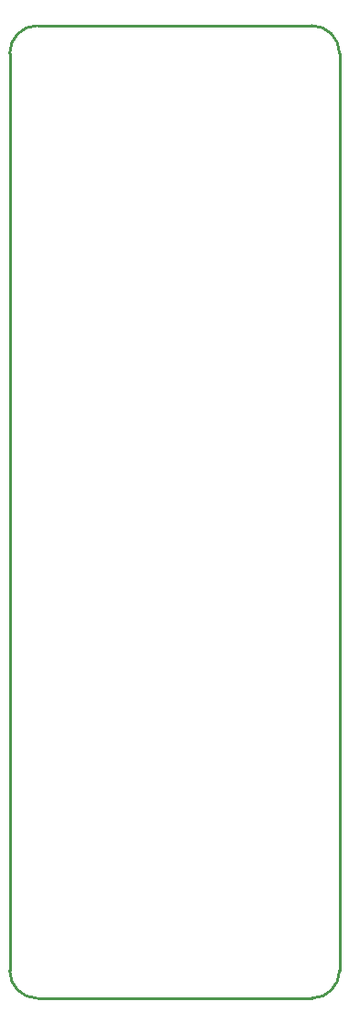
<source format=gko>
G04 Layer: BoardOutline*
G04 EasyEDA v6.4.7, 2021-01-19T01:18:58--8:00*
G04 5c983e547ce9454fba3114fb1a11af02,NaN*
G04 Gerber Generator version 0.2*
G04 Scale: 100 percent, Rotated: No, Reflected: No *
G04 Dimensions in inches *
G04 leading zeros omitted , absolute positions ,2 integer and 4 decimal *
%FSLAX24Y24*%
%MOIN*%
G90*
D02*

%ADD10C,0.010000*%
G54D10*
G01X12000Y34300D02*
G01X12000Y1000D01*
G01X0Y1000D02*
G01X0Y34300D01*
G01X1000Y35300D02*
G01X11000Y35300D01*
G01X11000Y0D02*
G01X1000Y0D01*
G75*
G01X11000Y35300D02*
G02X12000Y34300I0J-1000D01*
G01*
G75*
G01X12000Y1000D02*
G02X11000Y0I-1000J0D01*
G01*
G75*
G01X1000Y0D02*
G02X0Y1000I0J1000D01*
G01*
G75*
G01X0Y34300D02*
G02X1000Y35300I1000J0D01*
G01*

%LPD*%
M00*
M02*

</source>
